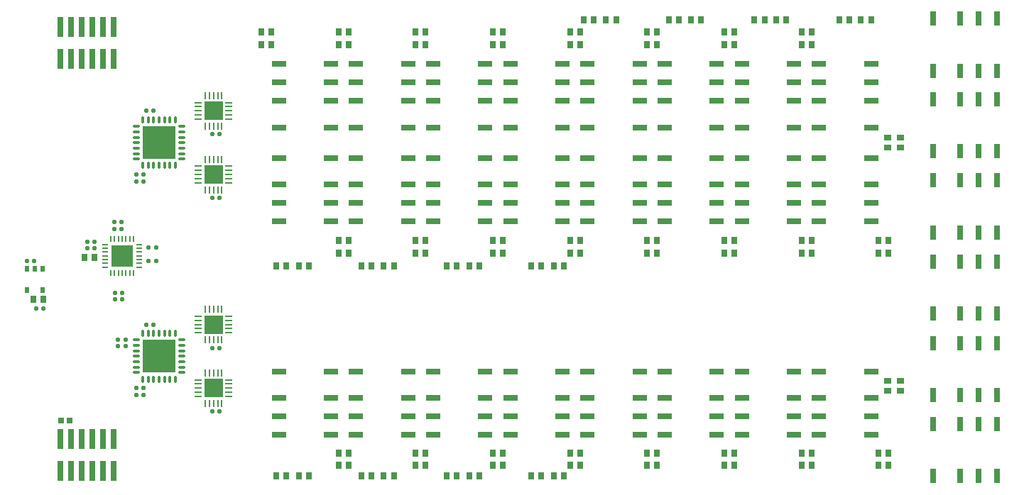
<source format=gtp>
G04*
G04 #@! TF.GenerationSoftware,Altium Limited,Altium Designer,20.0.9 (164)*
G04*
G04 Layer_Color=8421504*
%FSLAX25Y25*%
%MOIN*%
G70*
G01*
G75*
%ADD15R,0.15472X0.15472*%
%ADD16O,0.02953X0.00787*%
%ADD17O,0.00787X0.02953*%
%ADD18R,0.09843X0.09843*%
%ADD19R,0.03347X0.02756*%
%ADD20O,0.03347X0.00984*%
%ADD21O,0.00984X0.03347*%
%ADD22R,0.09055X0.09055*%
G04:AMPARAMS|DCode=23|XSize=20.47mil|YSize=22.05mil|CornerRadius=5.12mil|HoleSize=0mil|Usage=FLASHONLY|Rotation=0.000|XOffset=0mil|YOffset=0mil|HoleType=Round|Shape=RoundedRectangle|*
%AMROUNDEDRECTD23*
21,1,0.02047,0.01181,0,0,0.0*
21,1,0.01024,0.02205,0,0,0.0*
1,1,0.01024,0.00512,-0.00591*
1,1,0.01024,-0.00512,-0.00591*
1,1,0.01024,-0.00512,0.00591*
1,1,0.01024,0.00512,0.00591*
%
%ADD23ROUNDEDRECTD23*%
%ADD24R,0.02756X0.06693*%
%ADD25O,0.03937X0.01181*%
%ADD26O,0.01181X0.03937*%
%ADD27R,0.02756X0.03347*%
%ADD28R,0.06693X0.02756*%
G04:AMPARAMS|DCode=29|XSize=20.47mil|YSize=22.05mil|CornerRadius=5.12mil|HoleSize=0mil|Usage=FLASHONLY|Rotation=90.000|XOffset=0mil|YOffset=0mil|HoleType=Round|Shape=RoundedRectangle|*
%AMROUNDEDRECTD29*
21,1,0.02047,0.01181,0,0,90.0*
21,1,0.01024,0.02205,0,0,90.0*
1,1,0.01024,0.00591,0.00512*
1,1,0.01024,0.00591,-0.00512*
1,1,0.01024,-0.00591,-0.00512*
1,1,0.01024,-0.00591,0.00512*
%
%ADD29ROUNDEDRECTD29*%
%ADD30R,0.02992X0.09449*%
%ADD31R,0.02500X0.02500*%
%ADD32R,0.02165X0.03150*%
%ADD33R,0.02835X0.03543*%
D15*
X82677Y89370D02*
D03*
Y189764D02*
D03*
D16*
X73327Y131299D02*
D03*
Y133071D02*
D03*
Y134843D02*
D03*
X73327Y136614D02*
D03*
X73327Y138386D02*
D03*
Y140157D02*
D03*
Y141929D02*
D03*
X57382D02*
D03*
Y140157D02*
D03*
Y138386D02*
D03*
X57382Y136614D02*
D03*
X57382Y134843D02*
D03*
Y133071D02*
D03*
Y131299D02*
D03*
D17*
X70669Y144587D02*
D03*
X68898D02*
D03*
X67126D02*
D03*
X65354Y144587D02*
D03*
X63583Y144587D02*
D03*
X61811D02*
D03*
X60039D02*
D03*
Y128642D02*
D03*
X61811D02*
D03*
X63583D02*
D03*
X65354Y128642D02*
D03*
X67126Y128642D02*
D03*
X68898D02*
D03*
X70669D02*
D03*
D18*
X65354Y136614D02*
D03*
D19*
X424803Y73228D02*
D03*
X424803Y77953D02*
D03*
X430709Y73228D02*
D03*
X430709Y77953D02*
D03*
X424803Y187402D02*
D03*
Y192126D02*
D03*
X430709Y187402D02*
D03*
Y192126D02*
D03*
D20*
X101083Y108268D02*
D03*
Y106299D02*
D03*
Y104331D02*
D03*
Y102362D02*
D03*
Y100394D02*
D03*
X115453D02*
D03*
Y102362D02*
D03*
Y104331D02*
D03*
Y106299D02*
D03*
Y108268D02*
D03*
X101083Y208661D02*
D03*
Y206693D02*
D03*
Y204724D02*
D03*
Y202756D02*
D03*
Y200787D02*
D03*
X115453D02*
D03*
Y202756D02*
D03*
Y204724D02*
D03*
Y206693D02*
D03*
Y208661D02*
D03*
X101083Y178740D02*
D03*
Y176772D02*
D03*
Y174803D02*
D03*
Y172835D02*
D03*
Y170866D02*
D03*
X115453D02*
D03*
Y172835D02*
D03*
Y174803D02*
D03*
Y176772D02*
D03*
Y178740D02*
D03*
X101083Y78347D02*
D03*
Y76378D02*
D03*
Y74409D02*
D03*
Y72441D02*
D03*
Y70472D02*
D03*
X115453D02*
D03*
Y72441D02*
D03*
Y74409D02*
D03*
Y76378D02*
D03*
Y78347D02*
D03*
D21*
X104331Y97146D02*
D03*
X106299D02*
D03*
X108268D02*
D03*
X110236D02*
D03*
X112205D02*
D03*
Y111516D02*
D03*
X110236D02*
D03*
X108268D02*
D03*
X106299D02*
D03*
X104331D02*
D03*
Y197539D02*
D03*
X106299D02*
D03*
X108268D02*
D03*
X110236D02*
D03*
X112205D02*
D03*
Y211910D02*
D03*
X110236D02*
D03*
X108268D02*
D03*
X106299D02*
D03*
X104331D02*
D03*
Y167618D02*
D03*
X106299D02*
D03*
X108268D02*
D03*
X110236D02*
D03*
X112205D02*
D03*
Y181988D02*
D03*
X110236D02*
D03*
X108268D02*
D03*
X106299D02*
D03*
X104331D02*
D03*
Y67224D02*
D03*
X106299D02*
D03*
X108268D02*
D03*
X110236D02*
D03*
X112205D02*
D03*
Y81595D02*
D03*
X110236D02*
D03*
X108268D02*
D03*
X106299D02*
D03*
X104331D02*
D03*
D22*
X108268Y104331D02*
D03*
Y204724D02*
D03*
Y174803D02*
D03*
Y74409D02*
D03*
D23*
X111181Y93307D02*
D03*
X107717D02*
D03*
X76614Y204724D02*
D03*
X80079D02*
D03*
X75354Y174803D02*
D03*
X71890D02*
D03*
X75354Y171653D02*
D03*
X71890D02*
D03*
X111181Y193701D02*
D03*
X107717D02*
D03*
X111181Y163779D02*
D03*
X107717D02*
D03*
X76614Y104331D02*
D03*
X80079D02*
D03*
X75354Y71260D02*
D03*
X71890D02*
D03*
X75354Y74410D02*
D03*
X71890D02*
D03*
X111181Y63386D02*
D03*
X107717D02*
D03*
X49055Y143307D02*
D03*
X52520D02*
D03*
X81260Y140551D02*
D03*
X77795D02*
D03*
X63465Y97244D02*
D03*
X66929D02*
D03*
X63465Y94095D02*
D03*
X66929D02*
D03*
X61890Y116142D02*
D03*
X65354D02*
D03*
X61890Y119291D02*
D03*
X65354D02*
D03*
X28346Y111811D02*
D03*
X24882D02*
D03*
X20709Y134252D02*
D03*
X24173Y134252D02*
D03*
X52520Y140157D02*
D03*
X49055D02*
D03*
X77795Y134252D02*
D03*
X81260D02*
D03*
D24*
X446063Y33071D02*
D03*
X458661D02*
D03*
X467323D02*
D03*
X475984D02*
D03*
Y57480D02*
D03*
X467323D02*
D03*
X458661D02*
D03*
X446063D02*
D03*
Y71260D02*
D03*
X458661D02*
D03*
X467323D02*
D03*
X475984D02*
D03*
Y95669D02*
D03*
X467323D02*
D03*
X458661D02*
D03*
X446063D02*
D03*
Y109449D02*
D03*
X458661D02*
D03*
X467323D02*
D03*
X475984D02*
D03*
Y133858D02*
D03*
X467323D02*
D03*
X458661D02*
D03*
X446063D02*
D03*
Y147638D02*
D03*
X458661D02*
D03*
X467323D02*
D03*
X475984D02*
D03*
Y172047D02*
D03*
X467323D02*
D03*
X458661D02*
D03*
X446063D02*
D03*
Y185827D02*
D03*
X458661D02*
D03*
X467323D02*
D03*
X475984D02*
D03*
Y210236D02*
D03*
X467323D02*
D03*
X458661D02*
D03*
X446063D02*
D03*
X446063Y223622D02*
D03*
X458661D02*
D03*
X467323D02*
D03*
X475984D02*
D03*
Y248031D02*
D03*
X467323D02*
D03*
X458661D02*
D03*
X446063D02*
D03*
D25*
X93405Y197441D02*
D03*
Y194882D02*
D03*
Y192323D02*
D03*
Y189764D02*
D03*
Y187205D02*
D03*
Y184646D02*
D03*
Y182087D02*
D03*
X71949D02*
D03*
Y184646D02*
D03*
Y187205D02*
D03*
Y189764D02*
D03*
Y192323D02*
D03*
Y194882D02*
D03*
Y197441D02*
D03*
X93405Y97047D02*
D03*
Y94488D02*
D03*
Y91929D02*
D03*
Y89370D02*
D03*
Y86811D02*
D03*
Y84252D02*
D03*
Y81693D02*
D03*
X71949D02*
D03*
Y84252D02*
D03*
Y86811D02*
D03*
Y89370D02*
D03*
Y91929D02*
D03*
Y94488D02*
D03*
Y97047D02*
D03*
D26*
X90354Y179035D02*
D03*
X87795D02*
D03*
X85236D02*
D03*
X82677D02*
D03*
X80118D02*
D03*
X77559D02*
D03*
X75000D02*
D03*
Y200492D02*
D03*
X77559D02*
D03*
X80118D02*
D03*
X82677D02*
D03*
X85236D02*
D03*
X87795D02*
D03*
X90354D02*
D03*
Y78642D02*
D03*
X87795D02*
D03*
X85236D02*
D03*
X82677D02*
D03*
X80118D02*
D03*
X77559D02*
D03*
X75000D02*
D03*
Y100098D02*
D03*
X77559D02*
D03*
X80118D02*
D03*
X82677D02*
D03*
X85236D02*
D03*
X87795D02*
D03*
X90354D02*
D03*
D27*
X135433Y235827D02*
D03*
X130709D02*
D03*
X135433Y241732D02*
D03*
X130709D02*
D03*
X286614Y247638D02*
D03*
X281890D02*
D03*
X297244Y247638D02*
D03*
X292520Y247638D02*
D03*
X326772D02*
D03*
X322047D02*
D03*
X337008D02*
D03*
X332283D02*
D03*
X366929D02*
D03*
X362205D02*
D03*
X377165D02*
D03*
X372441D02*
D03*
X406693D02*
D03*
X401968D02*
D03*
X416929D02*
D03*
X412205D02*
D03*
X171653Y241732D02*
D03*
X166929D02*
D03*
X207874D02*
D03*
X203150D02*
D03*
X244094D02*
D03*
X239370D02*
D03*
X280315D02*
D03*
X275591D02*
D03*
X316535D02*
D03*
X311811D02*
D03*
X352756D02*
D03*
X348031D02*
D03*
X388976D02*
D03*
X384252D02*
D03*
X171653Y235827D02*
D03*
X166929D02*
D03*
X207874D02*
D03*
X203150D02*
D03*
X244094D02*
D03*
X239370D02*
D03*
X280315D02*
D03*
X275591D02*
D03*
X316535D02*
D03*
X311811D02*
D03*
X352756D02*
D03*
X348031D02*
D03*
X388976D02*
D03*
X384252D02*
D03*
X420472Y143701D02*
D03*
X425197D02*
D03*
X420472Y137795D02*
D03*
X425197D02*
D03*
X268110Y131890D02*
D03*
X272835D02*
D03*
X257480D02*
D03*
X262205D02*
D03*
X228346D02*
D03*
X233071D02*
D03*
X217717D02*
D03*
X222441D02*
D03*
X188189D02*
D03*
X192913D02*
D03*
X177559D02*
D03*
X182283D02*
D03*
X148425D02*
D03*
X153150D02*
D03*
X137795D02*
D03*
X142520D02*
D03*
X384252Y137795D02*
D03*
X388976Y137795D02*
D03*
X348031Y137795D02*
D03*
X352756D02*
D03*
X311811D02*
D03*
X316535D02*
D03*
X275591Y137795D02*
D03*
X280315Y137795D02*
D03*
X239370Y137795D02*
D03*
X244094D02*
D03*
X203150Y137795D02*
D03*
X207874D02*
D03*
X166929Y137795D02*
D03*
X171653D02*
D03*
X384252Y143701D02*
D03*
X388976D02*
D03*
X348031D02*
D03*
X352756D02*
D03*
X311811D02*
D03*
X316535D02*
D03*
X275591D02*
D03*
X280315D02*
D03*
X239370D02*
D03*
X244094D02*
D03*
X203150Y143701D02*
D03*
X207874Y143701D02*
D03*
X166929Y143701D02*
D03*
X171653D02*
D03*
X420472Y43701D02*
D03*
X425197D02*
D03*
X420472Y38189D02*
D03*
X425197D02*
D03*
X268110Y33071D02*
D03*
X272835D02*
D03*
X257480D02*
D03*
X262205D02*
D03*
X228346D02*
D03*
X233071D02*
D03*
X217717D02*
D03*
X222441D02*
D03*
X188189D02*
D03*
X192913D02*
D03*
X177559D02*
D03*
X182283Y33071D02*
D03*
X148425Y33071D02*
D03*
X153150Y33071D02*
D03*
X137795Y33071D02*
D03*
X142520D02*
D03*
X384252Y38189D02*
D03*
X388976D02*
D03*
X348031D02*
D03*
X352756D02*
D03*
X311811D02*
D03*
X316535D02*
D03*
X275591D02*
D03*
X280315D02*
D03*
X239370D02*
D03*
X244094D02*
D03*
X203150D02*
D03*
X207874D02*
D03*
X166929D02*
D03*
X171653D02*
D03*
X384252Y43701D02*
D03*
X388976D02*
D03*
X348031D02*
D03*
X352756D02*
D03*
X311811D02*
D03*
X316535D02*
D03*
X275591D02*
D03*
X280315D02*
D03*
X239370D02*
D03*
X244094D02*
D03*
X203150D02*
D03*
X207874D02*
D03*
X166929D02*
D03*
X171653D02*
D03*
X47638Y135827D02*
D03*
X52362D02*
D03*
D28*
X163386Y196850D02*
D03*
X163386Y209449D02*
D03*
Y218110D02*
D03*
Y226772D02*
D03*
X138976D02*
D03*
X138976Y218110D02*
D03*
X138976Y209449D02*
D03*
X138976Y196850D02*
D03*
X199606Y196850D02*
D03*
Y209449D02*
D03*
X199606Y218110D02*
D03*
X199606Y226772D02*
D03*
X175197D02*
D03*
X175197Y218110D02*
D03*
X175197Y209449D02*
D03*
Y196850D02*
D03*
X235827Y196850D02*
D03*
X235827Y209449D02*
D03*
Y218110D02*
D03*
X235827Y226772D02*
D03*
X211417D02*
D03*
Y218110D02*
D03*
X211417Y209449D02*
D03*
X211417Y196850D02*
D03*
X272047Y196850D02*
D03*
X272047Y209449D02*
D03*
X272047Y218110D02*
D03*
Y226772D02*
D03*
X247638D02*
D03*
Y218110D02*
D03*
X247638Y209449D02*
D03*
Y196850D02*
D03*
X308268D02*
D03*
Y209449D02*
D03*
Y218110D02*
D03*
Y226772D02*
D03*
X283858Y226772D02*
D03*
X283858Y218110D02*
D03*
X283858Y209449D02*
D03*
Y196850D02*
D03*
X344488D02*
D03*
Y209449D02*
D03*
X344488Y218110D02*
D03*
X344488Y226772D02*
D03*
X320079Y226772D02*
D03*
X320079Y218110D02*
D03*
X320079Y209449D02*
D03*
Y196850D02*
D03*
X380709Y196850D02*
D03*
Y209449D02*
D03*
Y218110D02*
D03*
Y226772D02*
D03*
X356299Y226772D02*
D03*
X356299Y218110D02*
D03*
X356299Y209449D02*
D03*
X356299Y196850D02*
D03*
X416929Y196850D02*
D03*
Y209449D02*
D03*
X416929Y218110D02*
D03*
X416929Y226772D02*
D03*
X392520Y226772D02*
D03*
X392520Y218110D02*
D03*
X392520Y209449D02*
D03*
X392520Y196850D02*
D03*
X392520Y182677D02*
D03*
Y170079D02*
D03*
Y161417D02*
D03*
Y152756D02*
D03*
X416929D02*
D03*
Y161417D02*
D03*
X416929Y170079D02*
D03*
Y182677D02*
D03*
X356299Y182677D02*
D03*
Y170079D02*
D03*
Y161417D02*
D03*
Y152756D02*
D03*
X380709D02*
D03*
Y161417D02*
D03*
X380709Y170079D02*
D03*
Y182677D02*
D03*
X320079D02*
D03*
Y170079D02*
D03*
X320079Y161417D02*
D03*
X320079Y152756D02*
D03*
X344488Y152756D02*
D03*
X344488Y161417D02*
D03*
X344488Y170079D02*
D03*
Y182677D02*
D03*
X283858D02*
D03*
Y170079D02*
D03*
Y161417D02*
D03*
Y152756D02*
D03*
X308268D02*
D03*
Y161417D02*
D03*
X308268Y170079D02*
D03*
X308268Y182677D02*
D03*
X247638Y182677D02*
D03*
Y170079D02*
D03*
Y161417D02*
D03*
Y152756D02*
D03*
X272047D02*
D03*
Y161417D02*
D03*
X272047Y170079D02*
D03*
Y182677D02*
D03*
X211417Y182677D02*
D03*
Y170079D02*
D03*
Y161417D02*
D03*
Y152756D02*
D03*
X235827Y152756D02*
D03*
X235827Y161417D02*
D03*
X235827Y170079D02*
D03*
Y182677D02*
D03*
X175197Y182677D02*
D03*
Y170079D02*
D03*
Y161417D02*
D03*
Y152756D02*
D03*
X199606D02*
D03*
Y161417D02*
D03*
X199606Y170079D02*
D03*
Y182677D02*
D03*
X138976Y182677D02*
D03*
Y170079D02*
D03*
X138976Y161417D02*
D03*
X138976Y152756D02*
D03*
X163386Y152756D02*
D03*
X163386Y161417D02*
D03*
X163386Y170079D02*
D03*
Y182677D02*
D03*
X392520Y82284D02*
D03*
Y69685D02*
D03*
X392520Y61024D02*
D03*
X392520Y52362D02*
D03*
X416929D02*
D03*
Y61024D02*
D03*
Y69685D02*
D03*
Y82284D02*
D03*
X356299Y82284D02*
D03*
Y69685D02*
D03*
Y61024D02*
D03*
Y52362D02*
D03*
X380709D02*
D03*
Y61024D02*
D03*
X380709Y69685D02*
D03*
Y82284D02*
D03*
X320079D02*
D03*
Y69685D02*
D03*
Y61024D02*
D03*
Y52362D02*
D03*
X344488Y52362D02*
D03*
X344488Y61024D02*
D03*
X344488Y69685D02*
D03*
Y82284D02*
D03*
X283858Y82284D02*
D03*
Y69685D02*
D03*
Y61024D02*
D03*
Y52362D02*
D03*
X308268D02*
D03*
X308268Y61024D02*
D03*
X308268Y69685D02*
D03*
Y82284D02*
D03*
X247638Y82284D02*
D03*
X247638Y69685D02*
D03*
X247638Y61024D02*
D03*
X247638Y52362D02*
D03*
X272047D02*
D03*
Y61024D02*
D03*
X272047Y69685D02*
D03*
Y82284D02*
D03*
X211417Y82284D02*
D03*
X211417Y69685D02*
D03*
X211417Y61024D02*
D03*
X211417Y52362D02*
D03*
X235827D02*
D03*
Y61024D02*
D03*
X235827Y69685D02*
D03*
Y82284D02*
D03*
X175197Y82284D02*
D03*
Y69685D02*
D03*
Y61024D02*
D03*
Y52362D02*
D03*
X199606Y52362D02*
D03*
Y61024D02*
D03*
X199606Y69685D02*
D03*
Y82284D02*
D03*
X138976Y82284D02*
D03*
X138976Y69685D02*
D03*
Y61024D02*
D03*
X138976Y52362D02*
D03*
X163386Y52362D02*
D03*
Y61024D02*
D03*
X163386Y69685D02*
D03*
X163386Y82284D02*
D03*
D29*
X64961Y152520D02*
D03*
Y149055D02*
D03*
X61811Y152520D02*
D03*
Y149055D02*
D03*
D30*
X61221Y244094D02*
D03*
Y229095D02*
D03*
X56221Y244094D02*
D03*
Y229095D02*
D03*
X51221Y244094D02*
D03*
Y229095D02*
D03*
X46220Y244094D02*
D03*
Y229095D02*
D03*
X41221Y244094D02*
D03*
Y229095D02*
D03*
X36220Y244094D02*
D03*
Y229095D02*
D03*
X61221Y50433D02*
D03*
Y35433D02*
D03*
X56221Y50433D02*
D03*
Y35433D02*
D03*
X51221Y50433D02*
D03*
Y35433D02*
D03*
X46220Y50433D02*
D03*
Y35433D02*
D03*
X41221Y50433D02*
D03*
Y35433D02*
D03*
X36220Y50433D02*
D03*
Y35433D02*
D03*
D31*
X36583Y59055D02*
D03*
X40583D02*
D03*
D32*
X20669Y120669D02*
D03*
X28150Y120669D02*
D03*
X20669Y130512D02*
D03*
X24409D02*
D03*
X28150Y130512D02*
D03*
D33*
X28346Y116142D02*
D03*
X23622D02*
D03*
M02*

</source>
